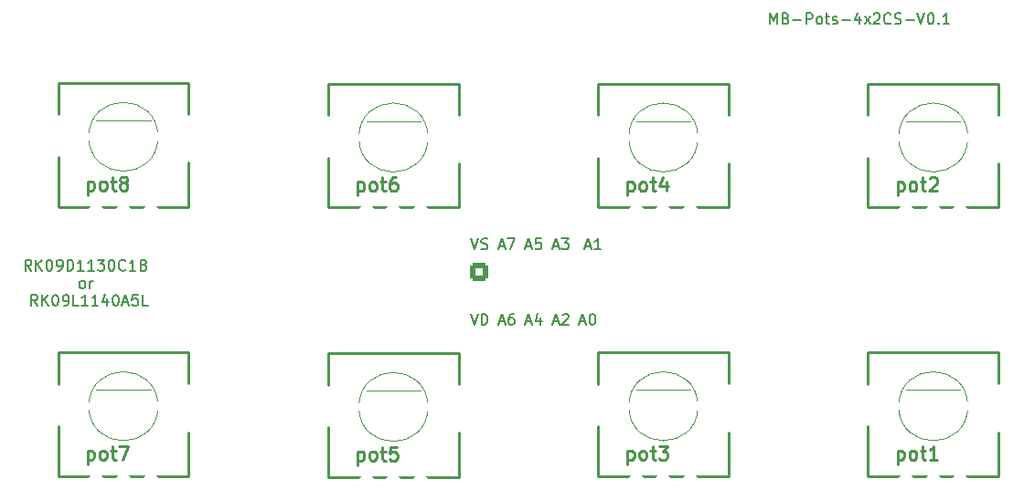
<source format=gto>
G04 #@! TF.GenerationSoftware,KiCad,Pcbnew,(7.0.0)*
G04 #@! TF.CreationDate,2023-05-18T23:58:04+02:00*
G04 #@! TF.ProjectId,Pot,506f742e-6b69-4636-9164-5f7063625858,rev?*
G04 #@! TF.SameCoordinates,Original*
G04 #@! TF.FileFunction,Legend,Top*
G04 #@! TF.FilePolarity,Positive*
%FSLAX46Y46*%
G04 Gerber Fmt 4.6, Leading zero omitted, Abs format (unit mm)*
G04 Created by KiCad (PCBNEW (7.0.0)) date 2023-05-18 23:58:04*
%MOMM*%
%LPD*%
G01*
G04 APERTURE LIST*
G04 Aperture macros list*
%AMRoundRect*
0 Rectangle with rounded corners*
0 $1 Rounding radius*
0 $2 $3 $4 $5 $6 $7 $8 $9 X,Y pos of 4 corners*
0 Add a 4 corners polygon primitive as box body*
4,1,4,$2,$3,$4,$5,$6,$7,$8,$9,$2,$3,0*
0 Add four circle primitives for the rounded corners*
1,1,$1+$1,$2,$3*
1,1,$1+$1,$4,$5*
1,1,$1+$1,$6,$7*
1,1,$1+$1,$8,$9*
0 Add four rect primitives between the rounded corners*
20,1,$1+$1,$2,$3,$4,$5,0*
20,1,$1+$1,$4,$5,$6,$7,0*
20,1,$1+$1,$6,$7,$8,$9,0*
20,1,$1+$1,$8,$9,$2,$3,0*%
G04 Aperture macros list end*
%ADD10C,0.150000*%
%ADD11C,0.254000*%
%ADD12C,0.120000*%
%ADD13O,1.500000X2.000000*%
%ADD14O,3.600000X3.300000*%
%ADD15C,3.200000*%
%ADD16RoundRect,0.250000X-0.600000X0.600000X-0.600000X-0.600000X0.600000X-0.600000X0.600000X0.600000X0*%
%ADD17C,1.700000*%
G04 APERTURE END LIST*
D10*
X114285714Y-90581666D02*
X114761904Y-90581666D01*
X114190476Y-90867380D02*
X114523809Y-89867380D01*
X114523809Y-89867380D02*
X114857142Y-90867380D01*
X115142857Y-89962619D02*
X115190476Y-89915000D01*
X115190476Y-89915000D02*
X115285714Y-89867380D01*
X115285714Y-89867380D02*
X115523809Y-89867380D01*
X115523809Y-89867380D02*
X115619047Y-89915000D01*
X115619047Y-89915000D02*
X115666666Y-89962619D01*
X115666666Y-89962619D02*
X115714285Y-90057857D01*
X115714285Y-90057857D02*
X115714285Y-90153095D01*
X115714285Y-90153095D02*
X115666666Y-90295952D01*
X115666666Y-90295952D02*
X115095238Y-90867380D01*
X115095238Y-90867380D02*
X115714285Y-90867380D01*
X114285714Y-83581666D02*
X114761904Y-83581666D01*
X114190476Y-83867380D02*
X114523809Y-82867380D01*
X114523809Y-82867380D02*
X114857142Y-83867380D01*
X115095238Y-82867380D02*
X115714285Y-82867380D01*
X115714285Y-82867380D02*
X115380952Y-83248333D01*
X115380952Y-83248333D02*
X115523809Y-83248333D01*
X115523809Y-83248333D02*
X115619047Y-83295952D01*
X115619047Y-83295952D02*
X115666666Y-83343571D01*
X115666666Y-83343571D02*
X115714285Y-83438809D01*
X115714285Y-83438809D02*
X115714285Y-83676904D01*
X115714285Y-83676904D02*
X115666666Y-83772142D01*
X115666666Y-83772142D02*
X115619047Y-83819761D01*
X115619047Y-83819761D02*
X115523809Y-83867380D01*
X115523809Y-83867380D02*
X115238095Y-83867380D01*
X115238095Y-83867380D02*
X115142857Y-83819761D01*
X115142857Y-83819761D02*
X115095238Y-83772142D01*
X134364286Y-62967380D02*
X134364286Y-61967380D01*
X134364286Y-61967380D02*
X134697619Y-62681666D01*
X134697619Y-62681666D02*
X135030952Y-61967380D01*
X135030952Y-61967380D02*
X135030952Y-62967380D01*
X135840476Y-62443571D02*
X135983333Y-62491190D01*
X135983333Y-62491190D02*
X136030952Y-62538809D01*
X136030952Y-62538809D02*
X136078571Y-62634047D01*
X136078571Y-62634047D02*
X136078571Y-62776904D01*
X136078571Y-62776904D02*
X136030952Y-62872142D01*
X136030952Y-62872142D02*
X135983333Y-62919761D01*
X135983333Y-62919761D02*
X135888095Y-62967380D01*
X135888095Y-62967380D02*
X135507143Y-62967380D01*
X135507143Y-62967380D02*
X135507143Y-61967380D01*
X135507143Y-61967380D02*
X135840476Y-61967380D01*
X135840476Y-61967380D02*
X135935714Y-62015000D01*
X135935714Y-62015000D02*
X135983333Y-62062619D01*
X135983333Y-62062619D02*
X136030952Y-62157857D01*
X136030952Y-62157857D02*
X136030952Y-62253095D01*
X136030952Y-62253095D02*
X135983333Y-62348333D01*
X135983333Y-62348333D02*
X135935714Y-62395952D01*
X135935714Y-62395952D02*
X135840476Y-62443571D01*
X135840476Y-62443571D02*
X135507143Y-62443571D01*
X136507143Y-62586428D02*
X137269048Y-62586428D01*
X137745238Y-62967380D02*
X137745238Y-61967380D01*
X137745238Y-61967380D02*
X138126190Y-61967380D01*
X138126190Y-61967380D02*
X138221428Y-62015000D01*
X138221428Y-62015000D02*
X138269047Y-62062619D01*
X138269047Y-62062619D02*
X138316666Y-62157857D01*
X138316666Y-62157857D02*
X138316666Y-62300714D01*
X138316666Y-62300714D02*
X138269047Y-62395952D01*
X138269047Y-62395952D02*
X138221428Y-62443571D01*
X138221428Y-62443571D02*
X138126190Y-62491190D01*
X138126190Y-62491190D02*
X137745238Y-62491190D01*
X138888095Y-62967380D02*
X138792857Y-62919761D01*
X138792857Y-62919761D02*
X138745238Y-62872142D01*
X138745238Y-62872142D02*
X138697619Y-62776904D01*
X138697619Y-62776904D02*
X138697619Y-62491190D01*
X138697619Y-62491190D02*
X138745238Y-62395952D01*
X138745238Y-62395952D02*
X138792857Y-62348333D01*
X138792857Y-62348333D02*
X138888095Y-62300714D01*
X138888095Y-62300714D02*
X139030952Y-62300714D01*
X139030952Y-62300714D02*
X139126190Y-62348333D01*
X139126190Y-62348333D02*
X139173809Y-62395952D01*
X139173809Y-62395952D02*
X139221428Y-62491190D01*
X139221428Y-62491190D02*
X139221428Y-62776904D01*
X139221428Y-62776904D02*
X139173809Y-62872142D01*
X139173809Y-62872142D02*
X139126190Y-62919761D01*
X139126190Y-62919761D02*
X139030952Y-62967380D01*
X139030952Y-62967380D02*
X138888095Y-62967380D01*
X139507143Y-62300714D02*
X139888095Y-62300714D01*
X139650000Y-61967380D02*
X139650000Y-62824523D01*
X139650000Y-62824523D02*
X139697619Y-62919761D01*
X139697619Y-62919761D02*
X139792857Y-62967380D01*
X139792857Y-62967380D02*
X139888095Y-62967380D01*
X140173810Y-62919761D02*
X140269048Y-62967380D01*
X140269048Y-62967380D02*
X140459524Y-62967380D01*
X140459524Y-62967380D02*
X140554762Y-62919761D01*
X140554762Y-62919761D02*
X140602381Y-62824523D01*
X140602381Y-62824523D02*
X140602381Y-62776904D01*
X140602381Y-62776904D02*
X140554762Y-62681666D01*
X140554762Y-62681666D02*
X140459524Y-62634047D01*
X140459524Y-62634047D02*
X140316667Y-62634047D01*
X140316667Y-62634047D02*
X140221429Y-62586428D01*
X140221429Y-62586428D02*
X140173810Y-62491190D01*
X140173810Y-62491190D02*
X140173810Y-62443571D01*
X140173810Y-62443571D02*
X140221429Y-62348333D01*
X140221429Y-62348333D02*
X140316667Y-62300714D01*
X140316667Y-62300714D02*
X140459524Y-62300714D01*
X140459524Y-62300714D02*
X140554762Y-62348333D01*
X141030953Y-62586428D02*
X141792858Y-62586428D01*
X142697619Y-62300714D02*
X142697619Y-62967380D01*
X142459524Y-61919761D02*
X142221429Y-62634047D01*
X142221429Y-62634047D02*
X142840476Y-62634047D01*
X143126191Y-62967380D02*
X143650000Y-62300714D01*
X143126191Y-62300714D02*
X143650000Y-62967380D01*
X143983334Y-62062619D02*
X144030953Y-62015000D01*
X144030953Y-62015000D02*
X144126191Y-61967380D01*
X144126191Y-61967380D02*
X144364286Y-61967380D01*
X144364286Y-61967380D02*
X144459524Y-62015000D01*
X144459524Y-62015000D02*
X144507143Y-62062619D01*
X144507143Y-62062619D02*
X144554762Y-62157857D01*
X144554762Y-62157857D02*
X144554762Y-62253095D01*
X144554762Y-62253095D02*
X144507143Y-62395952D01*
X144507143Y-62395952D02*
X143935715Y-62967380D01*
X143935715Y-62967380D02*
X144554762Y-62967380D01*
X145554762Y-62872142D02*
X145507143Y-62919761D01*
X145507143Y-62919761D02*
X145364286Y-62967380D01*
X145364286Y-62967380D02*
X145269048Y-62967380D01*
X145269048Y-62967380D02*
X145126191Y-62919761D01*
X145126191Y-62919761D02*
X145030953Y-62824523D01*
X145030953Y-62824523D02*
X144983334Y-62729285D01*
X144983334Y-62729285D02*
X144935715Y-62538809D01*
X144935715Y-62538809D02*
X144935715Y-62395952D01*
X144935715Y-62395952D02*
X144983334Y-62205476D01*
X144983334Y-62205476D02*
X145030953Y-62110238D01*
X145030953Y-62110238D02*
X145126191Y-62015000D01*
X145126191Y-62015000D02*
X145269048Y-61967380D01*
X145269048Y-61967380D02*
X145364286Y-61967380D01*
X145364286Y-61967380D02*
X145507143Y-62015000D01*
X145507143Y-62015000D02*
X145554762Y-62062619D01*
X145935715Y-62919761D02*
X146078572Y-62967380D01*
X146078572Y-62967380D02*
X146316667Y-62967380D01*
X146316667Y-62967380D02*
X146411905Y-62919761D01*
X146411905Y-62919761D02*
X146459524Y-62872142D01*
X146459524Y-62872142D02*
X146507143Y-62776904D01*
X146507143Y-62776904D02*
X146507143Y-62681666D01*
X146507143Y-62681666D02*
X146459524Y-62586428D01*
X146459524Y-62586428D02*
X146411905Y-62538809D01*
X146411905Y-62538809D02*
X146316667Y-62491190D01*
X146316667Y-62491190D02*
X146126191Y-62443571D01*
X146126191Y-62443571D02*
X146030953Y-62395952D01*
X146030953Y-62395952D02*
X145983334Y-62348333D01*
X145983334Y-62348333D02*
X145935715Y-62253095D01*
X145935715Y-62253095D02*
X145935715Y-62157857D01*
X145935715Y-62157857D02*
X145983334Y-62062619D01*
X145983334Y-62062619D02*
X146030953Y-62015000D01*
X146030953Y-62015000D02*
X146126191Y-61967380D01*
X146126191Y-61967380D02*
X146364286Y-61967380D01*
X146364286Y-61967380D02*
X146507143Y-62015000D01*
X146935715Y-62586428D02*
X147697620Y-62586428D01*
X148030953Y-61967380D02*
X148364286Y-62967380D01*
X148364286Y-62967380D02*
X148697619Y-61967380D01*
X149221429Y-61967380D02*
X149316667Y-61967380D01*
X149316667Y-61967380D02*
X149411905Y-62015000D01*
X149411905Y-62015000D02*
X149459524Y-62062619D01*
X149459524Y-62062619D02*
X149507143Y-62157857D01*
X149507143Y-62157857D02*
X149554762Y-62348333D01*
X149554762Y-62348333D02*
X149554762Y-62586428D01*
X149554762Y-62586428D02*
X149507143Y-62776904D01*
X149507143Y-62776904D02*
X149459524Y-62872142D01*
X149459524Y-62872142D02*
X149411905Y-62919761D01*
X149411905Y-62919761D02*
X149316667Y-62967380D01*
X149316667Y-62967380D02*
X149221429Y-62967380D01*
X149221429Y-62967380D02*
X149126191Y-62919761D01*
X149126191Y-62919761D02*
X149078572Y-62872142D01*
X149078572Y-62872142D02*
X149030953Y-62776904D01*
X149030953Y-62776904D02*
X148983334Y-62586428D01*
X148983334Y-62586428D02*
X148983334Y-62348333D01*
X148983334Y-62348333D02*
X149030953Y-62157857D01*
X149030953Y-62157857D02*
X149078572Y-62062619D01*
X149078572Y-62062619D02*
X149126191Y-62015000D01*
X149126191Y-62015000D02*
X149221429Y-61967380D01*
X149983334Y-62872142D02*
X150030953Y-62919761D01*
X150030953Y-62919761D02*
X149983334Y-62967380D01*
X149983334Y-62967380D02*
X149935715Y-62919761D01*
X149935715Y-62919761D02*
X149983334Y-62872142D01*
X149983334Y-62872142D02*
X149983334Y-62967380D01*
X150983333Y-62967380D02*
X150411905Y-62967380D01*
X150697619Y-62967380D02*
X150697619Y-61967380D01*
X150697619Y-61967380D02*
X150602381Y-62110238D01*
X150602381Y-62110238D02*
X150507143Y-62205476D01*
X150507143Y-62205476D02*
X150411905Y-62253095D01*
X106666667Y-89867380D02*
X107000000Y-90867380D01*
X107000000Y-90867380D02*
X107333333Y-89867380D01*
X107666667Y-90867380D02*
X107666667Y-89867380D01*
X107666667Y-89867380D02*
X107904762Y-89867380D01*
X107904762Y-89867380D02*
X108047619Y-89915000D01*
X108047619Y-89915000D02*
X108142857Y-90010238D01*
X108142857Y-90010238D02*
X108190476Y-90105476D01*
X108190476Y-90105476D02*
X108238095Y-90295952D01*
X108238095Y-90295952D02*
X108238095Y-90438809D01*
X108238095Y-90438809D02*
X108190476Y-90629285D01*
X108190476Y-90629285D02*
X108142857Y-90724523D01*
X108142857Y-90724523D02*
X108047619Y-90819761D01*
X108047619Y-90819761D02*
X107904762Y-90867380D01*
X107904762Y-90867380D02*
X107666667Y-90867380D01*
X117285714Y-83581666D02*
X117761904Y-83581666D01*
X117190476Y-83867380D02*
X117523809Y-82867380D01*
X117523809Y-82867380D02*
X117857142Y-83867380D01*
X118714285Y-83867380D02*
X118142857Y-83867380D01*
X118428571Y-83867380D02*
X118428571Y-82867380D01*
X118428571Y-82867380D02*
X118333333Y-83010238D01*
X118333333Y-83010238D02*
X118238095Y-83105476D01*
X118238095Y-83105476D02*
X118142857Y-83153095D01*
X106690476Y-82867380D02*
X107023809Y-83867380D01*
X107023809Y-83867380D02*
X107357142Y-82867380D01*
X107642857Y-83819761D02*
X107785714Y-83867380D01*
X107785714Y-83867380D02*
X108023809Y-83867380D01*
X108023809Y-83867380D02*
X108119047Y-83819761D01*
X108119047Y-83819761D02*
X108166666Y-83772142D01*
X108166666Y-83772142D02*
X108214285Y-83676904D01*
X108214285Y-83676904D02*
X108214285Y-83581666D01*
X108214285Y-83581666D02*
X108166666Y-83486428D01*
X108166666Y-83486428D02*
X108119047Y-83438809D01*
X108119047Y-83438809D02*
X108023809Y-83391190D01*
X108023809Y-83391190D02*
X107833333Y-83343571D01*
X107833333Y-83343571D02*
X107738095Y-83295952D01*
X107738095Y-83295952D02*
X107690476Y-83248333D01*
X107690476Y-83248333D02*
X107642857Y-83153095D01*
X107642857Y-83153095D02*
X107642857Y-83057857D01*
X107642857Y-83057857D02*
X107690476Y-82962619D01*
X107690476Y-82962619D02*
X107738095Y-82915000D01*
X107738095Y-82915000D02*
X107833333Y-82867380D01*
X107833333Y-82867380D02*
X108071428Y-82867380D01*
X108071428Y-82867380D02*
X108214285Y-82915000D01*
X116785714Y-90581666D02*
X117261904Y-90581666D01*
X116690476Y-90867380D02*
X117023809Y-89867380D01*
X117023809Y-89867380D02*
X117357142Y-90867380D01*
X117880952Y-89867380D02*
X117976190Y-89867380D01*
X117976190Y-89867380D02*
X118071428Y-89915000D01*
X118071428Y-89915000D02*
X118119047Y-89962619D01*
X118119047Y-89962619D02*
X118166666Y-90057857D01*
X118166666Y-90057857D02*
X118214285Y-90248333D01*
X118214285Y-90248333D02*
X118214285Y-90486428D01*
X118214285Y-90486428D02*
X118166666Y-90676904D01*
X118166666Y-90676904D02*
X118119047Y-90772142D01*
X118119047Y-90772142D02*
X118071428Y-90819761D01*
X118071428Y-90819761D02*
X117976190Y-90867380D01*
X117976190Y-90867380D02*
X117880952Y-90867380D01*
X117880952Y-90867380D02*
X117785714Y-90819761D01*
X117785714Y-90819761D02*
X117738095Y-90772142D01*
X117738095Y-90772142D02*
X117690476Y-90676904D01*
X117690476Y-90676904D02*
X117642857Y-90486428D01*
X117642857Y-90486428D02*
X117642857Y-90248333D01*
X117642857Y-90248333D02*
X117690476Y-90057857D01*
X117690476Y-90057857D02*
X117738095Y-89962619D01*
X117738095Y-89962619D02*
X117785714Y-89915000D01*
X117785714Y-89915000D02*
X117880952Y-89867380D01*
X109285714Y-83581666D02*
X109761904Y-83581666D01*
X109190476Y-83867380D02*
X109523809Y-82867380D01*
X109523809Y-82867380D02*
X109857142Y-83867380D01*
X110095238Y-82867380D02*
X110761904Y-82867380D01*
X110761904Y-82867380D02*
X110333333Y-83867380D01*
X65976190Y-85847380D02*
X65642857Y-85371190D01*
X65404762Y-85847380D02*
X65404762Y-84847380D01*
X65404762Y-84847380D02*
X65785714Y-84847380D01*
X65785714Y-84847380D02*
X65880952Y-84895000D01*
X65880952Y-84895000D02*
X65928571Y-84942619D01*
X65928571Y-84942619D02*
X65976190Y-85037857D01*
X65976190Y-85037857D02*
X65976190Y-85180714D01*
X65976190Y-85180714D02*
X65928571Y-85275952D01*
X65928571Y-85275952D02*
X65880952Y-85323571D01*
X65880952Y-85323571D02*
X65785714Y-85371190D01*
X65785714Y-85371190D02*
X65404762Y-85371190D01*
X66404762Y-85847380D02*
X66404762Y-84847380D01*
X66976190Y-85847380D02*
X66547619Y-85275952D01*
X66976190Y-84847380D02*
X66404762Y-85418809D01*
X67595238Y-84847380D02*
X67690476Y-84847380D01*
X67690476Y-84847380D02*
X67785714Y-84895000D01*
X67785714Y-84895000D02*
X67833333Y-84942619D01*
X67833333Y-84942619D02*
X67880952Y-85037857D01*
X67880952Y-85037857D02*
X67928571Y-85228333D01*
X67928571Y-85228333D02*
X67928571Y-85466428D01*
X67928571Y-85466428D02*
X67880952Y-85656904D01*
X67880952Y-85656904D02*
X67833333Y-85752142D01*
X67833333Y-85752142D02*
X67785714Y-85799761D01*
X67785714Y-85799761D02*
X67690476Y-85847380D01*
X67690476Y-85847380D02*
X67595238Y-85847380D01*
X67595238Y-85847380D02*
X67500000Y-85799761D01*
X67500000Y-85799761D02*
X67452381Y-85752142D01*
X67452381Y-85752142D02*
X67404762Y-85656904D01*
X67404762Y-85656904D02*
X67357143Y-85466428D01*
X67357143Y-85466428D02*
X67357143Y-85228333D01*
X67357143Y-85228333D02*
X67404762Y-85037857D01*
X67404762Y-85037857D02*
X67452381Y-84942619D01*
X67452381Y-84942619D02*
X67500000Y-84895000D01*
X67500000Y-84895000D02*
X67595238Y-84847380D01*
X68404762Y-85847380D02*
X68595238Y-85847380D01*
X68595238Y-85847380D02*
X68690476Y-85799761D01*
X68690476Y-85799761D02*
X68738095Y-85752142D01*
X68738095Y-85752142D02*
X68833333Y-85609285D01*
X68833333Y-85609285D02*
X68880952Y-85418809D01*
X68880952Y-85418809D02*
X68880952Y-85037857D01*
X68880952Y-85037857D02*
X68833333Y-84942619D01*
X68833333Y-84942619D02*
X68785714Y-84895000D01*
X68785714Y-84895000D02*
X68690476Y-84847380D01*
X68690476Y-84847380D02*
X68500000Y-84847380D01*
X68500000Y-84847380D02*
X68404762Y-84895000D01*
X68404762Y-84895000D02*
X68357143Y-84942619D01*
X68357143Y-84942619D02*
X68309524Y-85037857D01*
X68309524Y-85037857D02*
X68309524Y-85275952D01*
X68309524Y-85275952D02*
X68357143Y-85371190D01*
X68357143Y-85371190D02*
X68404762Y-85418809D01*
X68404762Y-85418809D02*
X68500000Y-85466428D01*
X68500000Y-85466428D02*
X68690476Y-85466428D01*
X68690476Y-85466428D02*
X68785714Y-85418809D01*
X68785714Y-85418809D02*
X68833333Y-85371190D01*
X68833333Y-85371190D02*
X68880952Y-85275952D01*
X69309524Y-85847380D02*
X69309524Y-84847380D01*
X69309524Y-84847380D02*
X69547619Y-84847380D01*
X69547619Y-84847380D02*
X69690476Y-84895000D01*
X69690476Y-84895000D02*
X69785714Y-84990238D01*
X69785714Y-84990238D02*
X69833333Y-85085476D01*
X69833333Y-85085476D02*
X69880952Y-85275952D01*
X69880952Y-85275952D02*
X69880952Y-85418809D01*
X69880952Y-85418809D02*
X69833333Y-85609285D01*
X69833333Y-85609285D02*
X69785714Y-85704523D01*
X69785714Y-85704523D02*
X69690476Y-85799761D01*
X69690476Y-85799761D02*
X69547619Y-85847380D01*
X69547619Y-85847380D02*
X69309524Y-85847380D01*
X70833333Y-85847380D02*
X70261905Y-85847380D01*
X70547619Y-85847380D02*
X70547619Y-84847380D01*
X70547619Y-84847380D02*
X70452381Y-84990238D01*
X70452381Y-84990238D02*
X70357143Y-85085476D01*
X70357143Y-85085476D02*
X70261905Y-85133095D01*
X71785714Y-85847380D02*
X71214286Y-85847380D01*
X71500000Y-85847380D02*
X71500000Y-84847380D01*
X71500000Y-84847380D02*
X71404762Y-84990238D01*
X71404762Y-84990238D02*
X71309524Y-85085476D01*
X71309524Y-85085476D02*
X71214286Y-85133095D01*
X72119048Y-84847380D02*
X72738095Y-84847380D01*
X72738095Y-84847380D02*
X72404762Y-85228333D01*
X72404762Y-85228333D02*
X72547619Y-85228333D01*
X72547619Y-85228333D02*
X72642857Y-85275952D01*
X72642857Y-85275952D02*
X72690476Y-85323571D01*
X72690476Y-85323571D02*
X72738095Y-85418809D01*
X72738095Y-85418809D02*
X72738095Y-85656904D01*
X72738095Y-85656904D02*
X72690476Y-85752142D01*
X72690476Y-85752142D02*
X72642857Y-85799761D01*
X72642857Y-85799761D02*
X72547619Y-85847380D01*
X72547619Y-85847380D02*
X72261905Y-85847380D01*
X72261905Y-85847380D02*
X72166667Y-85799761D01*
X72166667Y-85799761D02*
X72119048Y-85752142D01*
X73357143Y-84847380D02*
X73452381Y-84847380D01*
X73452381Y-84847380D02*
X73547619Y-84895000D01*
X73547619Y-84895000D02*
X73595238Y-84942619D01*
X73595238Y-84942619D02*
X73642857Y-85037857D01*
X73642857Y-85037857D02*
X73690476Y-85228333D01*
X73690476Y-85228333D02*
X73690476Y-85466428D01*
X73690476Y-85466428D02*
X73642857Y-85656904D01*
X73642857Y-85656904D02*
X73595238Y-85752142D01*
X73595238Y-85752142D02*
X73547619Y-85799761D01*
X73547619Y-85799761D02*
X73452381Y-85847380D01*
X73452381Y-85847380D02*
X73357143Y-85847380D01*
X73357143Y-85847380D02*
X73261905Y-85799761D01*
X73261905Y-85799761D02*
X73214286Y-85752142D01*
X73214286Y-85752142D02*
X73166667Y-85656904D01*
X73166667Y-85656904D02*
X73119048Y-85466428D01*
X73119048Y-85466428D02*
X73119048Y-85228333D01*
X73119048Y-85228333D02*
X73166667Y-85037857D01*
X73166667Y-85037857D02*
X73214286Y-84942619D01*
X73214286Y-84942619D02*
X73261905Y-84895000D01*
X73261905Y-84895000D02*
X73357143Y-84847380D01*
X74690476Y-85752142D02*
X74642857Y-85799761D01*
X74642857Y-85799761D02*
X74500000Y-85847380D01*
X74500000Y-85847380D02*
X74404762Y-85847380D01*
X74404762Y-85847380D02*
X74261905Y-85799761D01*
X74261905Y-85799761D02*
X74166667Y-85704523D01*
X74166667Y-85704523D02*
X74119048Y-85609285D01*
X74119048Y-85609285D02*
X74071429Y-85418809D01*
X74071429Y-85418809D02*
X74071429Y-85275952D01*
X74071429Y-85275952D02*
X74119048Y-85085476D01*
X74119048Y-85085476D02*
X74166667Y-84990238D01*
X74166667Y-84990238D02*
X74261905Y-84895000D01*
X74261905Y-84895000D02*
X74404762Y-84847380D01*
X74404762Y-84847380D02*
X74500000Y-84847380D01*
X74500000Y-84847380D02*
X74642857Y-84895000D01*
X74642857Y-84895000D02*
X74690476Y-84942619D01*
X75642857Y-85847380D02*
X75071429Y-85847380D01*
X75357143Y-85847380D02*
X75357143Y-84847380D01*
X75357143Y-84847380D02*
X75261905Y-84990238D01*
X75261905Y-84990238D02*
X75166667Y-85085476D01*
X75166667Y-85085476D02*
X75071429Y-85133095D01*
X76404762Y-85323571D02*
X76547619Y-85371190D01*
X76547619Y-85371190D02*
X76595238Y-85418809D01*
X76595238Y-85418809D02*
X76642857Y-85514047D01*
X76642857Y-85514047D02*
X76642857Y-85656904D01*
X76642857Y-85656904D02*
X76595238Y-85752142D01*
X76595238Y-85752142D02*
X76547619Y-85799761D01*
X76547619Y-85799761D02*
X76452381Y-85847380D01*
X76452381Y-85847380D02*
X76071429Y-85847380D01*
X76071429Y-85847380D02*
X76071429Y-84847380D01*
X76071429Y-84847380D02*
X76404762Y-84847380D01*
X76404762Y-84847380D02*
X76500000Y-84895000D01*
X76500000Y-84895000D02*
X76547619Y-84942619D01*
X76547619Y-84942619D02*
X76595238Y-85037857D01*
X76595238Y-85037857D02*
X76595238Y-85133095D01*
X76595238Y-85133095D02*
X76547619Y-85228333D01*
X76547619Y-85228333D02*
X76500000Y-85275952D01*
X76500000Y-85275952D02*
X76404762Y-85323571D01*
X76404762Y-85323571D02*
X76071429Y-85323571D01*
X70619047Y-87467380D02*
X70523809Y-87419761D01*
X70523809Y-87419761D02*
X70476190Y-87372142D01*
X70476190Y-87372142D02*
X70428571Y-87276904D01*
X70428571Y-87276904D02*
X70428571Y-86991190D01*
X70428571Y-86991190D02*
X70476190Y-86895952D01*
X70476190Y-86895952D02*
X70523809Y-86848333D01*
X70523809Y-86848333D02*
X70619047Y-86800714D01*
X70619047Y-86800714D02*
X70761904Y-86800714D01*
X70761904Y-86800714D02*
X70857142Y-86848333D01*
X70857142Y-86848333D02*
X70904761Y-86895952D01*
X70904761Y-86895952D02*
X70952380Y-86991190D01*
X70952380Y-86991190D02*
X70952380Y-87276904D01*
X70952380Y-87276904D02*
X70904761Y-87372142D01*
X70904761Y-87372142D02*
X70857142Y-87419761D01*
X70857142Y-87419761D02*
X70761904Y-87467380D01*
X70761904Y-87467380D02*
X70619047Y-87467380D01*
X71380952Y-87467380D02*
X71380952Y-86800714D01*
X71380952Y-86991190D02*
X71428571Y-86895952D01*
X71428571Y-86895952D02*
X71476190Y-86848333D01*
X71476190Y-86848333D02*
X71571428Y-86800714D01*
X71571428Y-86800714D02*
X71666666Y-86800714D01*
X66538094Y-89087380D02*
X66204761Y-88611190D01*
X65966666Y-89087380D02*
X65966666Y-88087380D01*
X65966666Y-88087380D02*
X66347618Y-88087380D01*
X66347618Y-88087380D02*
X66442856Y-88135000D01*
X66442856Y-88135000D02*
X66490475Y-88182619D01*
X66490475Y-88182619D02*
X66538094Y-88277857D01*
X66538094Y-88277857D02*
X66538094Y-88420714D01*
X66538094Y-88420714D02*
X66490475Y-88515952D01*
X66490475Y-88515952D02*
X66442856Y-88563571D01*
X66442856Y-88563571D02*
X66347618Y-88611190D01*
X66347618Y-88611190D02*
X65966666Y-88611190D01*
X66966666Y-89087380D02*
X66966666Y-88087380D01*
X67538094Y-89087380D02*
X67109523Y-88515952D01*
X67538094Y-88087380D02*
X66966666Y-88658809D01*
X68157142Y-88087380D02*
X68252380Y-88087380D01*
X68252380Y-88087380D02*
X68347618Y-88135000D01*
X68347618Y-88135000D02*
X68395237Y-88182619D01*
X68395237Y-88182619D02*
X68442856Y-88277857D01*
X68442856Y-88277857D02*
X68490475Y-88468333D01*
X68490475Y-88468333D02*
X68490475Y-88706428D01*
X68490475Y-88706428D02*
X68442856Y-88896904D01*
X68442856Y-88896904D02*
X68395237Y-88992142D01*
X68395237Y-88992142D02*
X68347618Y-89039761D01*
X68347618Y-89039761D02*
X68252380Y-89087380D01*
X68252380Y-89087380D02*
X68157142Y-89087380D01*
X68157142Y-89087380D02*
X68061904Y-89039761D01*
X68061904Y-89039761D02*
X68014285Y-88992142D01*
X68014285Y-88992142D02*
X67966666Y-88896904D01*
X67966666Y-88896904D02*
X67919047Y-88706428D01*
X67919047Y-88706428D02*
X67919047Y-88468333D01*
X67919047Y-88468333D02*
X67966666Y-88277857D01*
X67966666Y-88277857D02*
X68014285Y-88182619D01*
X68014285Y-88182619D02*
X68061904Y-88135000D01*
X68061904Y-88135000D02*
X68157142Y-88087380D01*
X68966666Y-89087380D02*
X69157142Y-89087380D01*
X69157142Y-89087380D02*
X69252380Y-89039761D01*
X69252380Y-89039761D02*
X69299999Y-88992142D01*
X69299999Y-88992142D02*
X69395237Y-88849285D01*
X69395237Y-88849285D02*
X69442856Y-88658809D01*
X69442856Y-88658809D02*
X69442856Y-88277857D01*
X69442856Y-88277857D02*
X69395237Y-88182619D01*
X69395237Y-88182619D02*
X69347618Y-88135000D01*
X69347618Y-88135000D02*
X69252380Y-88087380D01*
X69252380Y-88087380D02*
X69061904Y-88087380D01*
X69061904Y-88087380D02*
X68966666Y-88135000D01*
X68966666Y-88135000D02*
X68919047Y-88182619D01*
X68919047Y-88182619D02*
X68871428Y-88277857D01*
X68871428Y-88277857D02*
X68871428Y-88515952D01*
X68871428Y-88515952D02*
X68919047Y-88611190D01*
X68919047Y-88611190D02*
X68966666Y-88658809D01*
X68966666Y-88658809D02*
X69061904Y-88706428D01*
X69061904Y-88706428D02*
X69252380Y-88706428D01*
X69252380Y-88706428D02*
X69347618Y-88658809D01*
X69347618Y-88658809D02*
X69395237Y-88611190D01*
X69395237Y-88611190D02*
X69442856Y-88515952D01*
X70347618Y-89087380D02*
X69871428Y-89087380D01*
X69871428Y-89087380D02*
X69871428Y-88087380D01*
X71204761Y-89087380D02*
X70633333Y-89087380D01*
X70919047Y-89087380D02*
X70919047Y-88087380D01*
X70919047Y-88087380D02*
X70823809Y-88230238D01*
X70823809Y-88230238D02*
X70728571Y-88325476D01*
X70728571Y-88325476D02*
X70633333Y-88373095D01*
X72157142Y-89087380D02*
X71585714Y-89087380D01*
X71871428Y-89087380D02*
X71871428Y-88087380D01*
X71871428Y-88087380D02*
X71776190Y-88230238D01*
X71776190Y-88230238D02*
X71680952Y-88325476D01*
X71680952Y-88325476D02*
X71585714Y-88373095D01*
X73014285Y-88420714D02*
X73014285Y-89087380D01*
X72776190Y-88039761D02*
X72538095Y-88754047D01*
X72538095Y-88754047D02*
X73157142Y-88754047D01*
X73728571Y-88087380D02*
X73823809Y-88087380D01*
X73823809Y-88087380D02*
X73919047Y-88135000D01*
X73919047Y-88135000D02*
X73966666Y-88182619D01*
X73966666Y-88182619D02*
X74014285Y-88277857D01*
X74014285Y-88277857D02*
X74061904Y-88468333D01*
X74061904Y-88468333D02*
X74061904Y-88706428D01*
X74061904Y-88706428D02*
X74014285Y-88896904D01*
X74014285Y-88896904D02*
X73966666Y-88992142D01*
X73966666Y-88992142D02*
X73919047Y-89039761D01*
X73919047Y-89039761D02*
X73823809Y-89087380D01*
X73823809Y-89087380D02*
X73728571Y-89087380D01*
X73728571Y-89087380D02*
X73633333Y-89039761D01*
X73633333Y-89039761D02*
X73585714Y-88992142D01*
X73585714Y-88992142D02*
X73538095Y-88896904D01*
X73538095Y-88896904D02*
X73490476Y-88706428D01*
X73490476Y-88706428D02*
X73490476Y-88468333D01*
X73490476Y-88468333D02*
X73538095Y-88277857D01*
X73538095Y-88277857D02*
X73585714Y-88182619D01*
X73585714Y-88182619D02*
X73633333Y-88135000D01*
X73633333Y-88135000D02*
X73728571Y-88087380D01*
X74442857Y-88801666D02*
X74919047Y-88801666D01*
X74347619Y-89087380D02*
X74680952Y-88087380D01*
X74680952Y-88087380D02*
X75014285Y-89087380D01*
X75823809Y-88087380D02*
X75347619Y-88087380D01*
X75347619Y-88087380D02*
X75300000Y-88563571D01*
X75300000Y-88563571D02*
X75347619Y-88515952D01*
X75347619Y-88515952D02*
X75442857Y-88468333D01*
X75442857Y-88468333D02*
X75680952Y-88468333D01*
X75680952Y-88468333D02*
X75776190Y-88515952D01*
X75776190Y-88515952D02*
X75823809Y-88563571D01*
X75823809Y-88563571D02*
X75871428Y-88658809D01*
X75871428Y-88658809D02*
X75871428Y-88896904D01*
X75871428Y-88896904D02*
X75823809Y-88992142D01*
X75823809Y-88992142D02*
X75776190Y-89039761D01*
X75776190Y-89039761D02*
X75680952Y-89087380D01*
X75680952Y-89087380D02*
X75442857Y-89087380D01*
X75442857Y-89087380D02*
X75347619Y-89039761D01*
X75347619Y-89039761D02*
X75300000Y-88992142D01*
X76776190Y-89087380D02*
X76300000Y-89087380D01*
X76300000Y-89087380D02*
X76300000Y-88087380D01*
X111785714Y-83581666D02*
X112261904Y-83581666D01*
X111690476Y-83867380D02*
X112023809Y-82867380D01*
X112023809Y-82867380D02*
X112357142Y-83867380D01*
X113166666Y-82867380D02*
X112690476Y-82867380D01*
X112690476Y-82867380D02*
X112642857Y-83343571D01*
X112642857Y-83343571D02*
X112690476Y-83295952D01*
X112690476Y-83295952D02*
X112785714Y-83248333D01*
X112785714Y-83248333D02*
X113023809Y-83248333D01*
X113023809Y-83248333D02*
X113119047Y-83295952D01*
X113119047Y-83295952D02*
X113166666Y-83343571D01*
X113166666Y-83343571D02*
X113214285Y-83438809D01*
X113214285Y-83438809D02*
X113214285Y-83676904D01*
X113214285Y-83676904D02*
X113166666Y-83772142D01*
X113166666Y-83772142D02*
X113119047Y-83819761D01*
X113119047Y-83819761D02*
X113023809Y-83867380D01*
X113023809Y-83867380D02*
X112785714Y-83867380D01*
X112785714Y-83867380D02*
X112690476Y-83819761D01*
X112690476Y-83819761D02*
X112642857Y-83772142D01*
X111785714Y-90581666D02*
X112261904Y-90581666D01*
X111690476Y-90867380D02*
X112023809Y-89867380D01*
X112023809Y-89867380D02*
X112357142Y-90867380D01*
X113119047Y-90200714D02*
X113119047Y-90867380D01*
X112880952Y-89819761D02*
X112642857Y-90534047D01*
X112642857Y-90534047D02*
X113261904Y-90534047D01*
X109285714Y-90581666D02*
X109761904Y-90581666D01*
X109190476Y-90867380D02*
X109523809Y-89867380D01*
X109523809Y-89867380D02*
X109857142Y-90867380D01*
X110619047Y-89867380D02*
X110428571Y-89867380D01*
X110428571Y-89867380D02*
X110333333Y-89915000D01*
X110333333Y-89915000D02*
X110285714Y-89962619D01*
X110285714Y-89962619D02*
X110190476Y-90105476D01*
X110190476Y-90105476D02*
X110142857Y-90295952D01*
X110142857Y-90295952D02*
X110142857Y-90676904D01*
X110142857Y-90676904D02*
X110190476Y-90772142D01*
X110190476Y-90772142D02*
X110238095Y-90819761D01*
X110238095Y-90819761D02*
X110333333Y-90867380D01*
X110333333Y-90867380D02*
X110523809Y-90867380D01*
X110523809Y-90867380D02*
X110619047Y-90819761D01*
X110619047Y-90819761D02*
X110666666Y-90772142D01*
X110666666Y-90772142D02*
X110714285Y-90676904D01*
X110714285Y-90676904D02*
X110714285Y-90438809D01*
X110714285Y-90438809D02*
X110666666Y-90343571D01*
X110666666Y-90343571D02*
X110619047Y-90295952D01*
X110619047Y-90295952D02*
X110523809Y-90248333D01*
X110523809Y-90248333D02*
X110333333Y-90248333D01*
X110333333Y-90248333D02*
X110238095Y-90295952D01*
X110238095Y-90295952D02*
X110190476Y-90343571D01*
X110190476Y-90343571D02*
X110142857Y-90438809D01*
D11*
X146185713Y-77619907D02*
X146185713Y-78889907D01*
X146185713Y-77680383D02*
X146306666Y-77619907D01*
X146306666Y-77619907D02*
X146548571Y-77619907D01*
X146548571Y-77619907D02*
X146669523Y-77680383D01*
X146669523Y-77680383D02*
X146729999Y-77740859D01*
X146729999Y-77740859D02*
X146790475Y-77861811D01*
X146790475Y-77861811D02*
X146790475Y-78224669D01*
X146790475Y-78224669D02*
X146729999Y-78345621D01*
X146729999Y-78345621D02*
X146669523Y-78406097D01*
X146669523Y-78406097D02*
X146548571Y-78466573D01*
X146548571Y-78466573D02*
X146306666Y-78466573D01*
X146306666Y-78466573D02*
X146185713Y-78406097D01*
X147516190Y-78466573D02*
X147395238Y-78406097D01*
X147395238Y-78406097D02*
X147334761Y-78345621D01*
X147334761Y-78345621D02*
X147274285Y-78224669D01*
X147274285Y-78224669D02*
X147274285Y-77861811D01*
X147274285Y-77861811D02*
X147334761Y-77740859D01*
X147334761Y-77740859D02*
X147395238Y-77680383D01*
X147395238Y-77680383D02*
X147516190Y-77619907D01*
X147516190Y-77619907D02*
X147697619Y-77619907D01*
X147697619Y-77619907D02*
X147818571Y-77680383D01*
X147818571Y-77680383D02*
X147879047Y-77740859D01*
X147879047Y-77740859D02*
X147939523Y-77861811D01*
X147939523Y-77861811D02*
X147939523Y-78224669D01*
X147939523Y-78224669D02*
X147879047Y-78345621D01*
X147879047Y-78345621D02*
X147818571Y-78406097D01*
X147818571Y-78406097D02*
X147697619Y-78466573D01*
X147697619Y-78466573D02*
X147516190Y-78466573D01*
X148302381Y-77619907D02*
X148786190Y-77619907D01*
X148483809Y-77196573D02*
X148483809Y-78285145D01*
X148483809Y-78285145D02*
X148544286Y-78406097D01*
X148544286Y-78406097D02*
X148665238Y-78466573D01*
X148665238Y-78466573D02*
X148786190Y-78466573D01*
X149149047Y-77317526D02*
X149209523Y-77257050D01*
X149209523Y-77257050D02*
X149330476Y-77196573D01*
X149330476Y-77196573D02*
X149632857Y-77196573D01*
X149632857Y-77196573D02*
X149753809Y-77257050D01*
X149753809Y-77257050D02*
X149814285Y-77317526D01*
X149814285Y-77317526D02*
X149874762Y-77438478D01*
X149874762Y-77438478D02*
X149874762Y-77559430D01*
X149874762Y-77559430D02*
X149814285Y-77740859D01*
X149814285Y-77740859D02*
X149088571Y-78466573D01*
X149088571Y-78466573D02*
X149874762Y-78466573D01*
X121185713Y-77619907D02*
X121185713Y-78889907D01*
X121185713Y-77680383D02*
X121306666Y-77619907D01*
X121306666Y-77619907D02*
X121548571Y-77619907D01*
X121548571Y-77619907D02*
X121669523Y-77680383D01*
X121669523Y-77680383D02*
X121729999Y-77740859D01*
X121729999Y-77740859D02*
X121790475Y-77861811D01*
X121790475Y-77861811D02*
X121790475Y-78224669D01*
X121790475Y-78224669D02*
X121729999Y-78345621D01*
X121729999Y-78345621D02*
X121669523Y-78406097D01*
X121669523Y-78406097D02*
X121548571Y-78466573D01*
X121548571Y-78466573D02*
X121306666Y-78466573D01*
X121306666Y-78466573D02*
X121185713Y-78406097D01*
X122516190Y-78466573D02*
X122395238Y-78406097D01*
X122395238Y-78406097D02*
X122334761Y-78345621D01*
X122334761Y-78345621D02*
X122274285Y-78224669D01*
X122274285Y-78224669D02*
X122274285Y-77861811D01*
X122274285Y-77861811D02*
X122334761Y-77740859D01*
X122334761Y-77740859D02*
X122395238Y-77680383D01*
X122395238Y-77680383D02*
X122516190Y-77619907D01*
X122516190Y-77619907D02*
X122697619Y-77619907D01*
X122697619Y-77619907D02*
X122818571Y-77680383D01*
X122818571Y-77680383D02*
X122879047Y-77740859D01*
X122879047Y-77740859D02*
X122939523Y-77861811D01*
X122939523Y-77861811D02*
X122939523Y-78224669D01*
X122939523Y-78224669D02*
X122879047Y-78345621D01*
X122879047Y-78345621D02*
X122818571Y-78406097D01*
X122818571Y-78406097D02*
X122697619Y-78466573D01*
X122697619Y-78466573D02*
X122516190Y-78466573D01*
X123302381Y-77619907D02*
X123786190Y-77619907D01*
X123483809Y-77196573D02*
X123483809Y-78285145D01*
X123483809Y-78285145D02*
X123544286Y-78406097D01*
X123544286Y-78406097D02*
X123665238Y-78466573D01*
X123665238Y-78466573D02*
X123786190Y-78466573D01*
X124753809Y-77619907D02*
X124753809Y-78466573D01*
X124451428Y-77136097D02*
X124149047Y-78043240D01*
X124149047Y-78043240D02*
X124935238Y-78043240D01*
X121185713Y-102556753D02*
X121185713Y-103826753D01*
X121185713Y-102617229D02*
X121306666Y-102556753D01*
X121306666Y-102556753D02*
X121548571Y-102556753D01*
X121548571Y-102556753D02*
X121669523Y-102617229D01*
X121669523Y-102617229D02*
X121729999Y-102677705D01*
X121729999Y-102677705D02*
X121790475Y-102798657D01*
X121790475Y-102798657D02*
X121790475Y-103161515D01*
X121790475Y-103161515D02*
X121729999Y-103282467D01*
X121729999Y-103282467D02*
X121669523Y-103342943D01*
X121669523Y-103342943D02*
X121548571Y-103403419D01*
X121548571Y-103403419D02*
X121306666Y-103403419D01*
X121306666Y-103403419D02*
X121185713Y-103342943D01*
X122516190Y-103403419D02*
X122395238Y-103342943D01*
X122395238Y-103342943D02*
X122334761Y-103282467D01*
X122334761Y-103282467D02*
X122274285Y-103161515D01*
X122274285Y-103161515D02*
X122274285Y-102798657D01*
X122274285Y-102798657D02*
X122334761Y-102677705D01*
X122334761Y-102677705D02*
X122395238Y-102617229D01*
X122395238Y-102617229D02*
X122516190Y-102556753D01*
X122516190Y-102556753D02*
X122697619Y-102556753D01*
X122697619Y-102556753D02*
X122818571Y-102617229D01*
X122818571Y-102617229D02*
X122879047Y-102677705D01*
X122879047Y-102677705D02*
X122939523Y-102798657D01*
X122939523Y-102798657D02*
X122939523Y-103161515D01*
X122939523Y-103161515D02*
X122879047Y-103282467D01*
X122879047Y-103282467D02*
X122818571Y-103342943D01*
X122818571Y-103342943D02*
X122697619Y-103403419D01*
X122697619Y-103403419D02*
X122516190Y-103403419D01*
X123302381Y-102556753D02*
X123786190Y-102556753D01*
X123483809Y-102133419D02*
X123483809Y-103221991D01*
X123483809Y-103221991D02*
X123544286Y-103342943D01*
X123544286Y-103342943D02*
X123665238Y-103403419D01*
X123665238Y-103403419D02*
X123786190Y-103403419D01*
X124088571Y-102133419D02*
X124874762Y-102133419D01*
X124874762Y-102133419D02*
X124451428Y-102617229D01*
X124451428Y-102617229D02*
X124632857Y-102617229D01*
X124632857Y-102617229D02*
X124753809Y-102677705D01*
X124753809Y-102677705D02*
X124814285Y-102738181D01*
X124814285Y-102738181D02*
X124874762Y-102859134D01*
X124874762Y-102859134D02*
X124874762Y-103161515D01*
X124874762Y-103161515D02*
X124814285Y-103282467D01*
X124814285Y-103282467D02*
X124753809Y-103342943D01*
X124753809Y-103342943D02*
X124632857Y-103403419D01*
X124632857Y-103403419D02*
X124270000Y-103403419D01*
X124270000Y-103403419D02*
X124149047Y-103342943D01*
X124149047Y-103342943D02*
X124088571Y-103282467D01*
X96185713Y-77619907D02*
X96185713Y-78889907D01*
X96185713Y-77680383D02*
X96306666Y-77619907D01*
X96306666Y-77619907D02*
X96548571Y-77619907D01*
X96548571Y-77619907D02*
X96669523Y-77680383D01*
X96669523Y-77680383D02*
X96729999Y-77740859D01*
X96729999Y-77740859D02*
X96790475Y-77861811D01*
X96790475Y-77861811D02*
X96790475Y-78224669D01*
X96790475Y-78224669D02*
X96729999Y-78345621D01*
X96729999Y-78345621D02*
X96669523Y-78406097D01*
X96669523Y-78406097D02*
X96548571Y-78466573D01*
X96548571Y-78466573D02*
X96306666Y-78466573D01*
X96306666Y-78466573D02*
X96185713Y-78406097D01*
X97516190Y-78466573D02*
X97395238Y-78406097D01*
X97395238Y-78406097D02*
X97334761Y-78345621D01*
X97334761Y-78345621D02*
X97274285Y-78224669D01*
X97274285Y-78224669D02*
X97274285Y-77861811D01*
X97274285Y-77861811D02*
X97334761Y-77740859D01*
X97334761Y-77740859D02*
X97395238Y-77680383D01*
X97395238Y-77680383D02*
X97516190Y-77619907D01*
X97516190Y-77619907D02*
X97697619Y-77619907D01*
X97697619Y-77619907D02*
X97818571Y-77680383D01*
X97818571Y-77680383D02*
X97879047Y-77740859D01*
X97879047Y-77740859D02*
X97939523Y-77861811D01*
X97939523Y-77861811D02*
X97939523Y-78224669D01*
X97939523Y-78224669D02*
X97879047Y-78345621D01*
X97879047Y-78345621D02*
X97818571Y-78406097D01*
X97818571Y-78406097D02*
X97697619Y-78466573D01*
X97697619Y-78466573D02*
X97516190Y-78466573D01*
X98302381Y-77619907D02*
X98786190Y-77619907D01*
X98483809Y-77196573D02*
X98483809Y-78285145D01*
X98483809Y-78285145D02*
X98544286Y-78406097D01*
X98544286Y-78406097D02*
X98665238Y-78466573D01*
X98665238Y-78466573D02*
X98786190Y-78466573D01*
X99753809Y-77196573D02*
X99511904Y-77196573D01*
X99511904Y-77196573D02*
X99390952Y-77257050D01*
X99390952Y-77257050D02*
X99330476Y-77317526D01*
X99330476Y-77317526D02*
X99209523Y-77498954D01*
X99209523Y-77498954D02*
X99149047Y-77740859D01*
X99149047Y-77740859D02*
X99149047Y-78224669D01*
X99149047Y-78224669D02*
X99209523Y-78345621D01*
X99209523Y-78345621D02*
X99270000Y-78406097D01*
X99270000Y-78406097D02*
X99390952Y-78466573D01*
X99390952Y-78466573D02*
X99632857Y-78466573D01*
X99632857Y-78466573D02*
X99753809Y-78406097D01*
X99753809Y-78406097D02*
X99814285Y-78345621D01*
X99814285Y-78345621D02*
X99874762Y-78224669D01*
X99874762Y-78224669D02*
X99874762Y-77922288D01*
X99874762Y-77922288D02*
X99814285Y-77801335D01*
X99814285Y-77801335D02*
X99753809Y-77740859D01*
X99753809Y-77740859D02*
X99632857Y-77680383D01*
X99632857Y-77680383D02*
X99390952Y-77680383D01*
X99390952Y-77680383D02*
X99270000Y-77740859D01*
X99270000Y-77740859D02*
X99209523Y-77801335D01*
X99209523Y-77801335D02*
X99149047Y-77922288D01*
X96185713Y-102619907D02*
X96185713Y-103889907D01*
X96185713Y-102680383D02*
X96306666Y-102619907D01*
X96306666Y-102619907D02*
X96548571Y-102619907D01*
X96548571Y-102619907D02*
X96669523Y-102680383D01*
X96669523Y-102680383D02*
X96729999Y-102740859D01*
X96729999Y-102740859D02*
X96790475Y-102861811D01*
X96790475Y-102861811D02*
X96790475Y-103224669D01*
X96790475Y-103224669D02*
X96729999Y-103345621D01*
X96729999Y-103345621D02*
X96669523Y-103406097D01*
X96669523Y-103406097D02*
X96548571Y-103466573D01*
X96548571Y-103466573D02*
X96306666Y-103466573D01*
X96306666Y-103466573D02*
X96185713Y-103406097D01*
X97516190Y-103466573D02*
X97395238Y-103406097D01*
X97395238Y-103406097D02*
X97334761Y-103345621D01*
X97334761Y-103345621D02*
X97274285Y-103224669D01*
X97274285Y-103224669D02*
X97274285Y-102861811D01*
X97274285Y-102861811D02*
X97334761Y-102740859D01*
X97334761Y-102740859D02*
X97395238Y-102680383D01*
X97395238Y-102680383D02*
X97516190Y-102619907D01*
X97516190Y-102619907D02*
X97697619Y-102619907D01*
X97697619Y-102619907D02*
X97818571Y-102680383D01*
X97818571Y-102680383D02*
X97879047Y-102740859D01*
X97879047Y-102740859D02*
X97939523Y-102861811D01*
X97939523Y-102861811D02*
X97939523Y-103224669D01*
X97939523Y-103224669D02*
X97879047Y-103345621D01*
X97879047Y-103345621D02*
X97818571Y-103406097D01*
X97818571Y-103406097D02*
X97697619Y-103466573D01*
X97697619Y-103466573D02*
X97516190Y-103466573D01*
X98302381Y-102619907D02*
X98786190Y-102619907D01*
X98483809Y-102196573D02*
X98483809Y-103285145D01*
X98483809Y-103285145D02*
X98544286Y-103406097D01*
X98544286Y-103406097D02*
X98665238Y-103466573D01*
X98665238Y-103466573D02*
X98786190Y-103466573D01*
X99814285Y-102196573D02*
X99209523Y-102196573D01*
X99209523Y-102196573D02*
X99149047Y-102801335D01*
X99149047Y-102801335D02*
X99209523Y-102740859D01*
X99209523Y-102740859D02*
X99330476Y-102680383D01*
X99330476Y-102680383D02*
X99632857Y-102680383D01*
X99632857Y-102680383D02*
X99753809Y-102740859D01*
X99753809Y-102740859D02*
X99814285Y-102801335D01*
X99814285Y-102801335D02*
X99874762Y-102922288D01*
X99874762Y-102922288D02*
X99874762Y-103224669D01*
X99874762Y-103224669D02*
X99814285Y-103345621D01*
X99814285Y-103345621D02*
X99753809Y-103406097D01*
X99753809Y-103406097D02*
X99632857Y-103466573D01*
X99632857Y-103466573D02*
X99330476Y-103466573D01*
X99330476Y-103466573D02*
X99209523Y-103406097D01*
X99209523Y-103406097D02*
X99149047Y-103345621D01*
X71185713Y-77556753D02*
X71185713Y-78826753D01*
X71185713Y-77617229D02*
X71306666Y-77556753D01*
X71306666Y-77556753D02*
X71548571Y-77556753D01*
X71548571Y-77556753D02*
X71669523Y-77617229D01*
X71669523Y-77617229D02*
X71729999Y-77677705D01*
X71729999Y-77677705D02*
X71790475Y-77798657D01*
X71790475Y-77798657D02*
X71790475Y-78161515D01*
X71790475Y-78161515D02*
X71729999Y-78282467D01*
X71729999Y-78282467D02*
X71669523Y-78342943D01*
X71669523Y-78342943D02*
X71548571Y-78403419D01*
X71548571Y-78403419D02*
X71306666Y-78403419D01*
X71306666Y-78403419D02*
X71185713Y-78342943D01*
X72516190Y-78403419D02*
X72395238Y-78342943D01*
X72395238Y-78342943D02*
X72334761Y-78282467D01*
X72334761Y-78282467D02*
X72274285Y-78161515D01*
X72274285Y-78161515D02*
X72274285Y-77798657D01*
X72274285Y-77798657D02*
X72334761Y-77677705D01*
X72334761Y-77677705D02*
X72395238Y-77617229D01*
X72395238Y-77617229D02*
X72516190Y-77556753D01*
X72516190Y-77556753D02*
X72697619Y-77556753D01*
X72697619Y-77556753D02*
X72818571Y-77617229D01*
X72818571Y-77617229D02*
X72879047Y-77677705D01*
X72879047Y-77677705D02*
X72939523Y-77798657D01*
X72939523Y-77798657D02*
X72939523Y-78161515D01*
X72939523Y-78161515D02*
X72879047Y-78282467D01*
X72879047Y-78282467D02*
X72818571Y-78342943D01*
X72818571Y-78342943D02*
X72697619Y-78403419D01*
X72697619Y-78403419D02*
X72516190Y-78403419D01*
X73302381Y-77556753D02*
X73786190Y-77556753D01*
X73483809Y-77133419D02*
X73483809Y-78221991D01*
X73483809Y-78221991D02*
X73544286Y-78342943D01*
X73544286Y-78342943D02*
X73665238Y-78403419D01*
X73665238Y-78403419D02*
X73786190Y-78403419D01*
X74390952Y-77677705D02*
X74270000Y-77617229D01*
X74270000Y-77617229D02*
X74209523Y-77556753D01*
X74209523Y-77556753D02*
X74149047Y-77435800D01*
X74149047Y-77435800D02*
X74149047Y-77375324D01*
X74149047Y-77375324D02*
X74209523Y-77254372D01*
X74209523Y-77254372D02*
X74270000Y-77193896D01*
X74270000Y-77193896D02*
X74390952Y-77133419D01*
X74390952Y-77133419D02*
X74632857Y-77133419D01*
X74632857Y-77133419D02*
X74753809Y-77193896D01*
X74753809Y-77193896D02*
X74814285Y-77254372D01*
X74814285Y-77254372D02*
X74874762Y-77375324D01*
X74874762Y-77375324D02*
X74874762Y-77435800D01*
X74874762Y-77435800D02*
X74814285Y-77556753D01*
X74814285Y-77556753D02*
X74753809Y-77617229D01*
X74753809Y-77617229D02*
X74632857Y-77677705D01*
X74632857Y-77677705D02*
X74390952Y-77677705D01*
X74390952Y-77677705D02*
X74270000Y-77738181D01*
X74270000Y-77738181D02*
X74209523Y-77798657D01*
X74209523Y-77798657D02*
X74149047Y-77919610D01*
X74149047Y-77919610D02*
X74149047Y-78161515D01*
X74149047Y-78161515D02*
X74209523Y-78282467D01*
X74209523Y-78282467D02*
X74270000Y-78342943D01*
X74270000Y-78342943D02*
X74390952Y-78403419D01*
X74390952Y-78403419D02*
X74632857Y-78403419D01*
X74632857Y-78403419D02*
X74753809Y-78342943D01*
X74753809Y-78342943D02*
X74814285Y-78282467D01*
X74814285Y-78282467D02*
X74874762Y-78161515D01*
X74874762Y-78161515D02*
X74874762Y-77919610D01*
X74874762Y-77919610D02*
X74814285Y-77798657D01*
X74814285Y-77798657D02*
X74753809Y-77738181D01*
X74753809Y-77738181D02*
X74632857Y-77677705D01*
X71185713Y-102556753D02*
X71185713Y-103826753D01*
X71185713Y-102617229D02*
X71306666Y-102556753D01*
X71306666Y-102556753D02*
X71548571Y-102556753D01*
X71548571Y-102556753D02*
X71669523Y-102617229D01*
X71669523Y-102617229D02*
X71729999Y-102677705D01*
X71729999Y-102677705D02*
X71790475Y-102798657D01*
X71790475Y-102798657D02*
X71790475Y-103161515D01*
X71790475Y-103161515D02*
X71729999Y-103282467D01*
X71729999Y-103282467D02*
X71669523Y-103342943D01*
X71669523Y-103342943D02*
X71548571Y-103403419D01*
X71548571Y-103403419D02*
X71306666Y-103403419D01*
X71306666Y-103403419D02*
X71185713Y-103342943D01*
X72516190Y-103403419D02*
X72395238Y-103342943D01*
X72395238Y-103342943D02*
X72334761Y-103282467D01*
X72334761Y-103282467D02*
X72274285Y-103161515D01*
X72274285Y-103161515D02*
X72274285Y-102798657D01*
X72274285Y-102798657D02*
X72334761Y-102677705D01*
X72334761Y-102677705D02*
X72395238Y-102617229D01*
X72395238Y-102617229D02*
X72516190Y-102556753D01*
X72516190Y-102556753D02*
X72697619Y-102556753D01*
X72697619Y-102556753D02*
X72818571Y-102617229D01*
X72818571Y-102617229D02*
X72879047Y-102677705D01*
X72879047Y-102677705D02*
X72939523Y-102798657D01*
X72939523Y-102798657D02*
X72939523Y-103161515D01*
X72939523Y-103161515D02*
X72879047Y-103282467D01*
X72879047Y-103282467D02*
X72818571Y-103342943D01*
X72818571Y-103342943D02*
X72697619Y-103403419D01*
X72697619Y-103403419D02*
X72516190Y-103403419D01*
X73302381Y-102556753D02*
X73786190Y-102556753D01*
X73483809Y-102133419D02*
X73483809Y-103221991D01*
X73483809Y-103221991D02*
X73544286Y-103342943D01*
X73544286Y-103342943D02*
X73665238Y-103403419D01*
X73665238Y-103403419D02*
X73786190Y-103403419D01*
X74088571Y-102133419D02*
X74935238Y-102133419D01*
X74935238Y-102133419D02*
X74390952Y-103403419D01*
X146185713Y-102556753D02*
X146185713Y-103826753D01*
X146185713Y-102617229D02*
X146306666Y-102556753D01*
X146306666Y-102556753D02*
X146548571Y-102556753D01*
X146548571Y-102556753D02*
X146669523Y-102617229D01*
X146669523Y-102617229D02*
X146729999Y-102677705D01*
X146729999Y-102677705D02*
X146790475Y-102798657D01*
X146790475Y-102798657D02*
X146790475Y-103161515D01*
X146790475Y-103161515D02*
X146729999Y-103282467D01*
X146729999Y-103282467D02*
X146669523Y-103342943D01*
X146669523Y-103342943D02*
X146548571Y-103403419D01*
X146548571Y-103403419D02*
X146306666Y-103403419D01*
X146306666Y-103403419D02*
X146185713Y-103342943D01*
X147516190Y-103403419D02*
X147395238Y-103342943D01*
X147395238Y-103342943D02*
X147334761Y-103282467D01*
X147334761Y-103282467D02*
X147274285Y-103161515D01*
X147274285Y-103161515D02*
X147274285Y-102798657D01*
X147274285Y-102798657D02*
X147334761Y-102677705D01*
X147334761Y-102677705D02*
X147395238Y-102617229D01*
X147395238Y-102617229D02*
X147516190Y-102556753D01*
X147516190Y-102556753D02*
X147697619Y-102556753D01*
X147697619Y-102556753D02*
X147818571Y-102617229D01*
X147818571Y-102617229D02*
X147879047Y-102677705D01*
X147879047Y-102677705D02*
X147939523Y-102798657D01*
X147939523Y-102798657D02*
X147939523Y-103161515D01*
X147939523Y-103161515D02*
X147879047Y-103282467D01*
X147879047Y-103282467D02*
X147818571Y-103342943D01*
X147818571Y-103342943D02*
X147697619Y-103403419D01*
X147697619Y-103403419D02*
X147516190Y-103403419D01*
X148302381Y-102556753D02*
X148786190Y-102556753D01*
X148483809Y-102133419D02*
X148483809Y-103221991D01*
X148483809Y-103221991D02*
X148544286Y-103342943D01*
X148544286Y-103342943D02*
X148665238Y-103403419D01*
X148665238Y-103403419D02*
X148786190Y-103403419D01*
X149874762Y-103403419D02*
X149149047Y-103403419D01*
X149511904Y-103403419D02*
X149511904Y-102133419D01*
X149511904Y-102133419D02*
X149390952Y-102314848D01*
X149390952Y-102314848D02*
X149270000Y-102435800D01*
X149270000Y-102435800D02*
X149149047Y-102496276D01*
X143450000Y-68500000D02*
X143450000Y-71432330D01*
X143450000Y-80000000D02*
X143450000Y-75362000D01*
X143450000Y-80000000D02*
X155550000Y-80000000D01*
D12*
X147000000Y-72000000D02*
X152000000Y-72000000D01*
D11*
X155550000Y-68500000D02*
X143450000Y-68500000D01*
X155550000Y-68500000D02*
X155550000Y-71375330D01*
X155550000Y-80000000D02*
X155550000Y-75900000D01*
D12*
X152701562Y-73500000D02*
G75*
G03*
X152701562Y-73500000I-3201562J0D01*
G01*
D11*
X118450000Y-68500000D02*
X118450000Y-71432330D01*
X118450000Y-80000000D02*
X118450000Y-75362000D01*
X118450000Y-80000000D02*
X130550000Y-80000000D01*
D12*
X122000000Y-72000000D02*
X127000000Y-72000000D01*
D11*
X130550000Y-68500000D02*
X118450000Y-68500000D01*
X130550000Y-68500000D02*
X130550000Y-71375330D01*
X130550000Y-80000000D02*
X130550000Y-75900000D01*
D12*
X127701562Y-73500000D02*
G75*
G03*
X127701562Y-73500000I-3201562J0D01*
G01*
D11*
X118450000Y-93436846D02*
X118450000Y-96369176D01*
X118450000Y-104936846D02*
X118450000Y-100298846D01*
X118450000Y-104936846D02*
X130550000Y-104936846D01*
D12*
X122000000Y-96936846D02*
X127000000Y-96936846D01*
D11*
X130550000Y-93436846D02*
X118450000Y-93436846D01*
X130550000Y-93436846D02*
X130550000Y-96312176D01*
X130550000Y-104936846D02*
X130550000Y-100836846D01*
D12*
X127701562Y-98436846D02*
G75*
G03*
X127701562Y-98436846I-3201562J0D01*
G01*
D11*
X93450000Y-68500000D02*
X93450000Y-71432330D01*
X93450000Y-80000000D02*
X93450000Y-75362000D01*
X93450000Y-80000000D02*
X105550000Y-80000000D01*
D12*
X97000000Y-72000000D02*
X102000000Y-72000000D01*
D11*
X105550000Y-68500000D02*
X93450000Y-68500000D01*
X105550000Y-68500000D02*
X105550000Y-71375330D01*
X105550000Y-80000000D02*
X105550000Y-75900000D01*
D12*
X102701562Y-73500000D02*
G75*
G03*
X102701562Y-73500000I-3201562J0D01*
G01*
D11*
X93450000Y-93500000D02*
X93450000Y-96432330D01*
X93450000Y-105000000D02*
X93450000Y-100362000D01*
X93450000Y-105000000D02*
X105550000Y-105000000D01*
D12*
X97000000Y-97000000D02*
X102000000Y-97000000D01*
D11*
X105550000Y-93500000D02*
X93450000Y-93500000D01*
X105550000Y-93500000D02*
X105550000Y-96375330D01*
X105550000Y-105000000D02*
X105550000Y-100900000D01*
D12*
X102701562Y-98500000D02*
G75*
G03*
X102701562Y-98500000I-3201562J0D01*
G01*
D11*
X68450000Y-68436846D02*
X68450000Y-71369176D01*
X68450000Y-79936846D02*
X68450000Y-75298846D01*
X68450000Y-79936846D02*
X80550000Y-79936846D01*
D12*
X72000000Y-71936846D02*
X77000000Y-71936846D01*
D11*
X80550000Y-68436846D02*
X68450000Y-68436846D01*
X80550000Y-68436846D02*
X80550000Y-71312176D01*
X80550000Y-79936846D02*
X80550000Y-75836846D01*
D12*
X77701562Y-73436846D02*
G75*
G03*
X77701562Y-73436846I-3201562J0D01*
G01*
D11*
X68450000Y-93436846D02*
X68450000Y-96369176D01*
X68450000Y-104936846D02*
X68450000Y-100298846D01*
X68450000Y-104936846D02*
X80550000Y-104936846D01*
D12*
X72000000Y-96936846D02*
X77000000Y-96936846D01*
D11*
X80550000Y-93436846D02*
X68450000Y-93436846D01*
X80550000Y-93436846D02*
X80550000Y-96312176D01*
X80550000Y-104936846D02*
X80550000Y-100836846D01*
D12*
X77701562Y-98436846D02*
G75*
G03*
X77701562Y-98436846I-3201562J0D01*
G01*
D11*
X143450000Y-93436846D02*
X143450000Y-96369176D01*
X143450000Y-104936846D02*
X143450000Y-100298846D01*
X143450000Y-104936846D02*
X155550000Y-104936846D01*
D12*
X147000000Y-96936846D02*
X152000000Y-96936846D01*
D11*
X155550000Y-93436846D02*
X143450000Y-93436846D01*
X155550000Y-93436846D02*
X155550000Y-96312176D01*
X155550000Y-104936846D02*
X155550000Y-100836846D01*
D12*
X152701562Y-98436846D02*
G75*
G03*
X152701562Y-98436846I-3201562J0D01*
G01*
%LPC*%
D13*
X146999999Y-80751135D03*
X149493385Y-80753306D03*
X151999999Y-80746691D03*
D14*
X144599999Y-73499999D03*
X154399999Y-73499999D03*
D13*
X121999999Y-80751135D03*
X124493385Y-80753306D03*
X126999999Y-80746691D03*
D14*
X119599999Y-73499999D03*
X129399999Y-73499999D03*
D13*
X121999999Y-105687981D03*
X124493385Y-105690152D03*
X126999999Y-105683537D03*
D14*
X119599999Y-98436845D03*
X129399999Y-98436845D03*
D13*
X96999999Y-80751135D03*
X99493385Y-80753306D03*
X101999999Y-80746691D03*
D14*
X94599999Y-73499999D03*
X104399999Y-73499999D03*
D13*
X96999999Y-105751135D03*
X99493385Y-105753306D03*
X101999999Y-105746691D03*
D14*
X94599999Y-98499999D03*
X104399999Y-98499999D03*
D13*
X71999999Y-80687981D03*
X74493385Y-80690152D03*
X76999999Y-80683537D03*
D14*
X69599999Y-73436845D03*
X79399999Y-73436845D03*
D13*
X71999999Y-105687981D03*
X74493385Y-105690152D03*
X76999999Y-105683537D03*
D14*
X69599999Y-98436845D03*
X79399999Y-98436845D03*
D13*
X146999999Y-105687981D03*
X149493385Y-105690152D03*
X151999999Y-105683537D03*
D14*
X144599999Y-98436845D03*
X154399999Y-98436845D03*
D15*
X158000000Y-65000000D03*
X87000000Y-73500000D03*
X158000000Y-107000000D03*
X66000000Y-65000000D03*
X112000000Y-98500000D03*
X87000000Y-98500000D03*
X137000000Y-73500000D03*
X112000000Y-73500000D03*
X137000000Y-98500000D03*
X66000000Y-107000000D03*
D16*
X107414000Y-85946000D03*
D17*
X107414000Y-88486000D03*
X109954000Y-85946000D03*
X109954000Y-88486000D03*
X112494000Y-85946000D03*
X112494000Y-88486000D03*
X115034000Y-85946000D03*
X115034000Y-88486000D03*
X117574000Y-85946000D03*
X117574000Y-88486000D03*
M02*

</source>
